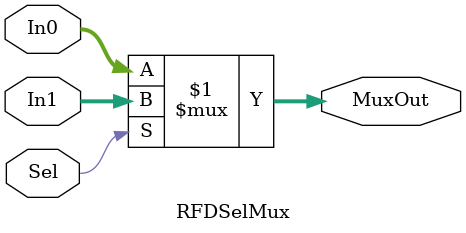
<source format=v>
`timescale 1ns / 1ps

module RFDSelMux(
    input Sel,
    input [4:0] In0,
    input [4:0] In1,
    output [4:0] MuxOut
    );
    assign MuxOut = Sel ? In1 : In0;
endmodule

</source>
